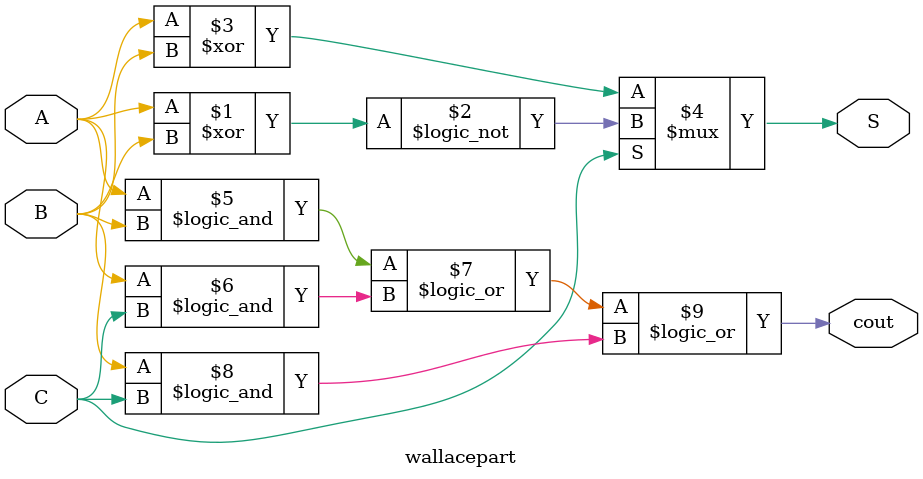
<source format=v>
module wallacepart(     
    input A,
    input B,
    input C,
    output cout,
    output S
    ); 

    assign S = C ? !(A ^ B) : A ^ B;
    assign cout = (A && B) || (A && C) || (B && C);
                    
endmodule 
 
</source>
